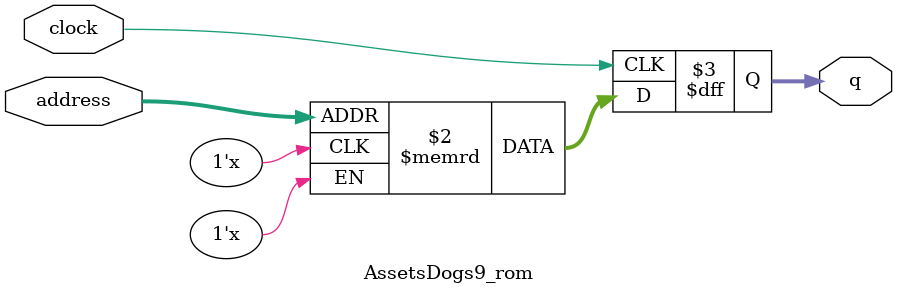
<source format=sv>
module AssetsDogs9_rom (
	input logic clock,
	input logic [13:0] address,
	output logic [3:0] q
);

logic [3:0] memory [0:10559] /* synthesis ram_init_file = "./AssetsDogs9/AssetsDogs9.mif" */;

always_ff @ (posedge clock) begin
	q <= memory[address];
end

endmodule

</source>
